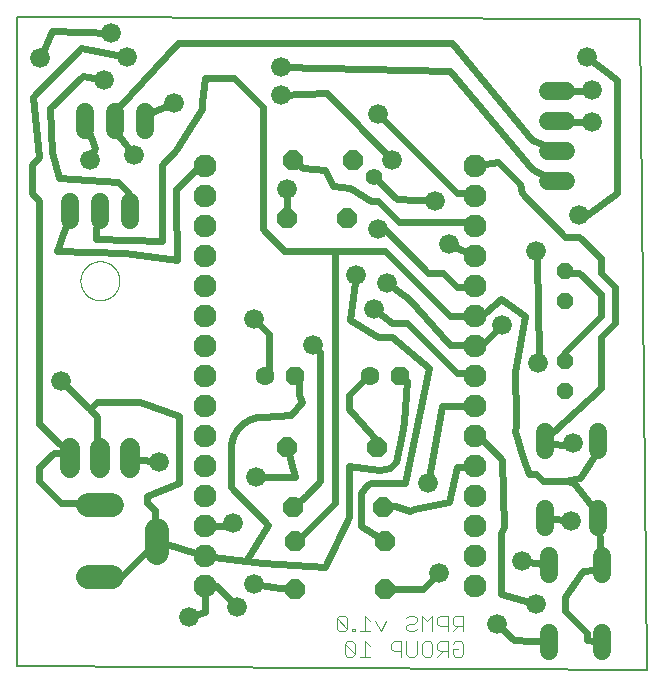
<source format=gbl>
G75*
%MOIN*%
%OFA0B0*%
%FSLAX25Y25*%
%IPPOS*%
%LPD*%
%AMOC8*
5,1,8,0,0,1.08239X$1,22.5*
%
%ADD10C,0.00500*%
%ADD11C,0.00400*%
%ADD12OC8,0.06300*%
%ADD13C,0.06300*%
%ADD14C,0.06000*%
%ADD15C,0.06600*%
%ADD16C,0.00000*%
%ADD17OC8,0.05200*%
%ADD18C,0.07600*%
%ADD19C,0.07874*%
%ADD20OC8,0.06600*%
%ADD21C,0.02400*%
%ADD22C,0.06600*%
%ADD23C,0.05600*%
D10*
X0028578Y0021275D02*
X0028578Y0237575D01*
X0236478Y0236875D01*
X0238578Y0019875D01*
X0028578Y0021275D01*
D11*
X0135336Y0033542D02*
X0136203Y0032675D01*
X0137938Y0032675D01*
X0138805Y0033542D01*
X0135336Y0037012D01*
X0135336Y0033542D01*
X0138805Y0033542D02*
X0138805Y0037012D01*
X0137938Y0037879D01*
X0136203Y0037879D01*
X0135336Y0037012D01*
X0140516Y0033542D02*
X0140516Y0032675D01*
X0141384Y0032675D01*
X0141384Y0033542D01*
X0140516Y0033542D01*
X0143070Y0032675D02*
X0146540Y0032675D01*
X0144805Y0032675D02*
X0144805Y0037879D01*
X0146540Y0036144D01*
X0148227Y0036144D02*
X0149962Y0032675D01*
X0151696Y0036144D01*
X0158540Y0037012D02*
X0159407Y0037879D01*
X0161142Y0037879D01*
X0162009Y0037012D01*
X0162009Y0036144D01*
X0161142Y0035277D01*
X0159407Y0035277D01*
X0158540Y0034409D01*
X0158540Y0033542D01*
X0159407Y0032675D01*
X0161142Y0032675D01*
X0162009Y0033542D01*
X0163696Y0032675D02*
X0163696Y0037879D01*
X0165431Y0036144D01*
X0167166Y0037879D01*
X0167166Y0032675D01*
X0169720Y0034409D02*
X0172322Y0034409D01*
X0172322Y0032675D02*
X0172322Y0037879D01*
X0169720Y0037879D01*
X0168852Y0037012D01*
X0168852Y0035277D01*
X0169720Y0034409D01*
X0174009Y0035277D02*
X0174876Y0034409D01*
X0177478Y0034409D01*
X0175744Y0034409D02*
X0174009Y0032675D01*
X0174009Y0035277D02*
X0174009Y0037012D01*
X0174876Y0037879D01*
X0177478Y0037879D01*
X0177478Y0032675D01*
X0176611Y0029479D02*
X0177478Y0028612D01*
X0177478Y0025142D01*
X0176611Y0024275D01*
X0174876Y0024275D01*
X0174009Y0025142D01*
X0174009Y0026877D01*
X0175744Y0026877D01*
X0174009Y0028612D02*
X0174876Y0029479D01*
X0176611Y0029479D01*
X0172322Y0029479D02*
X0172322Y0024275D01*
X0172322Y0026009D02*
X0169720Y0026009D01*
X0168852Y0026877D01*
X0168852Y0028612D01*
X0169720Y0029479D01*
X0172322Y0029479D01*
X0170587Y0026009D02*
X0168852Y0024275D01*
X0167166Y0025142D02*
X0167166Y0028612D01*
X0166298Y0029479D01*
X0164563Y0029479D01*
X0163696Y0028612D01*
X0163696Y0025142D01*
X0164563Y0024275D01*
X0166298Y0024275D01*
X0167166Y0025142D01*
X0162009Y0025142D02*
X0162009Y0029479D01*
X0158540Y0029479D02*
X0158540Y0025142D01*
X0159407Y0024275D01*
X0161142Y0024275D01*
X0162009Y0025142D01*
X0156853Y0026009D02*
X0154251Y0026009D01*
X0153383Y0026877D01*
X0153383Y0028612D01*
X0154251Y0029479D01*
X0156853Y0029479D01*
X0156853Y0024275D01*
X0146540Y0024275D02*
X0143070Y0024275D01*
X0144805Y0024275D02*
X0144805Y0029479D01*
X0146540Y0027744D01*
X0141384Y0028612D02*
X0141384Y0025142D01*
X0137914Y0028612D01*
X0137914Y0025142D01*
X0138781Y0024275D01*
X0140516Y0024275D01*
X0141384Y0025142D01*
X0141384Y0028612D02*
X0140516Y0029479D01*
X0138781Y0029479D01*
X0137914Y0028612D01*
D12*
X0121378Y0117675D03*
X0156378Y0117675D03*
D13*
X0146378Y0117675D03*
X0111378Y0117675D03*
D14*
X0066378Y0169875D02*
X0066378Y0175875D01*
X0056378Y0175875D02*
X0056378Y0169875D01*
X0046378Y0169875D02*
X0046378Y0175875D01*
X0051378Y0199675D02*
X0051378Y0205675D01*
X0061378Y0205675D02*
X0061378Y0199675D01*
X0071378Y0199675D02*
X0071378Y0205675D01*
X0205578Y0202675D02*
X0211578Y0202675D01*
X0211578Y0192675D02*
X0205578Y0192675D01*
X0205578Y0182675D02*
X0211578Y0182675D01*
X0211578Y0212675D02*
X0205578Y0212675D01*
X0204578Y0099175D02*
X0204578Y0093175D01*
X0222378Y0093175D02*
X0222378Y0099175D01*
X0222378Y0073575D02*
X0222378Y0067575D01*
X0223778Y0057775D02*
X0223778Y0051775D01*
X0205978Y0051775D02*
X0205978Y0057775D01*
X0204578Y0067575D02*
X0204578Y0073575D01*
X0205978Y0032175D02*
X0205978Y0026175D01*
X0223778Y0026175D02*
X0223778Y0032175D01*
D15*
X0066378Y0087275D02*
X0066378Y0093875D01*
X0056378Y0093875D02*
X0056378Y0087275D01*
X0046378Y0087275D02*
X0046378Y0093875D01*
D16*
X0049878Y0149575D02*
X0049880Y0149736D01*
X0049886Y0149896D01*
X0049896Y0150057D01*
X0049910Y0150217D01*
X0049928Y0150377D01*
X0049949Y0150536D01*
X0049975Y0150695D01*
X0050005Y0150853D01*
X0050038Y0151010D01*
X0050076Y0151167D01*
X0050117Y0151322D01*
X0050162Y0151476D01*
X0050211Y0151629D01*
X0050264Y0151781D01*
X0050320Y0151932D01*
X0050381Y0152081D01*
X0050444Y0152229D01*
X0050512Y0152375D01*
X0050583Y0152519D01*
X0050657Y0152661D01*
X0050735Y0152802D01*
X0050817Y0152940D01*
X0050902Y0153077D01*
X0050990Y0153211D01*
X0051082Y0153343D01*
X0051177Y0153473D01*
X0051275Y0153601D01*
X0051376Y0153726D01*
X0051480Y0153848D01*
X0051587Y0153968D01*
X0051697Y0154085D01*
X0051810Y0154200D01*
X0051926Y0154311D01*
X0052045Y0154420D01*
X0052166Y0154525D01*
X0052290Y0154628D01*
X0052416Y0154728D01*
X0052544Y0154824D01*
X0052675Y0154917D01*
X0052809Y0155007D01*
X0052944Y0155094D01*
X0053082Y0155177D01*
X0053221Y0155257D01*
X0053363Y0155333D01*
X0053506Y0155406D01*
X0053651Y0155475D01*
X0053798Y0155541D01*
X0053946Y0155603D01*
X0054096Y0155661D01*
X0054247Y0155716D01*
X0054400Y0155767D01*
X0054554Y0155814D01*
X0054709Y0155857D01*
X0054865Y0155896D01*
X0055021Y0155932D01*
X0055179Y0155963D01*
X0055337Y0155991D01*
X0055496Y0156015D01*
X0055656Y0156035D01*
X0055816Y0156051D01*
X0055976Y0156063D01*
X0056137Y0156071D01*
X0056298Y0156075D01*
X0056458Y0156075D01*
X0056619Y0156071D01*
X0056780Y0156063D01*
X0056940Y0156051D01*
X0057100Y0156035D01*
X0057260Y0156015D01*
X0057419Y0155991D01*
X0057577Y0155963D01*
X0057735Y0155932D01*
X0057891Y0155896D01*
X0058047Y0155857D01*
X0058202Y0155814D01*
X0058356Y0155767D01*
X0058509Y0155716D01*
X0058660Y0155661D01*
X0058810Y0155603D01*
X0058958Y0155541D01*
X0059105Y0155475D01*
X0059250Y0155406D01*
X0059393Y0155333D01*
X0059535Y0155257D01*
X0059674Y0155177D01*
X0059812Y0155094D01*
X0059947Y0155007D01*
X0060081Y0154917D01*
X0060212Y0154824D01*
X0060340Y0154728D01*
X0060466Y0154628D01*
X0060590Y0154525D01*
X0060711Y0154420D01*
X0060830Y0154311D01*
X0060946Y0154200D01*
X0061059Y0154085D01*
X0061169Y0153968D01*
X0061276Y0153848D01*
X0061380Y0153726D01*
X0061481Y0153601D01*
X0061579Y0153473D01*
X0061674Y0153343D01*
X0061766Y0153211D01*
X0061854Y0153077D01*
X0061939Y0152940D01*
X0062021Y0152802D01*
X0062099Y0152661D01*
X0062173Y0152519D01*
X0062244Y0152375D01*
X0062312Y0152229D01*
X0062375Y0152081D01*
X0062436Y0151932D01*
X0062492Y0151781D01*
X0062545Y0151629D01*
X0062594Y0151476D01*
X0062639Y0151322D01*
X0062680Y0151167D01*
X0062718Y0151010D01*
X0062751Y0150853D01*
X0062781Y0150695D01*
X0062807Y0150536D01*
X0062828Y0150377D01*
X0062846Y0150217D01*
X0062860Y0150057D01*
X0062870Y0149896D01*
X0062876Y0149736D01*
X0062878Y0149575D01*
X0062876Y0149414D01*
X0062870Y0149254D01*
X0062860Y0149093D01*
X0062846Y0148933D01*
X0062828Y0148773D01*
X0062807Y0148614D01*
X0062781Y0148455D01*
X0062751Y0148297D01*
X0062718Y0148140D01*
X0062680Y0147983D01*
X0062639Y0147828D01*
X0062594Y0147674D01*
X0062545Y0147521D01*
X0062492Y0147369D01*
X0062436Y0147218D01*
X0062375Y0147069D01*
X0062312Y0146921D01*
X0062244Y0146775D01*
X0062173Y0146631D01*
X0062099Y0146489D01*
X0062021Y0146348D01*
X0061939Y0146210D01*
X0061854Y0146073D01*
X0061766Y0145939D01*
X0061674Y0145807D01*
X0061579Y0145677D01*
X0061481Y0145549D01*
X0061380Y0145424D01*
X0061276Y0145302D01*
X0061169Y0145182D01*
X0061059Y0145065D01*
X0060946Y0144950D01*
X0060830Y0144839D01*
X0060711Y0144730D01*
X0060590Y0144625D01*
X0060466Y0144522D01*
X0060340Y0144422D01*
X0060212Y0144326D01*
X0060081Y0144233D01*
X0059947Y0144143D01*
X0059812Y0144056D01*
X0059674Y0143973D01*
X0059535Y0143893D01*
X0059393Y0143817D01*
X0059250Y0143744D01*
X0059105Y0143675D01*
X0058958Y0143609D01*
X0058810Y0143547D01*
X0058660Y0143489D01*
X0058509Y0143434D01*
X0058356Y0143383D01*
X0058202Y0143336D01*
X0058047Y0143293D01*
X0057891Y0143254D01*
X0057735Y0143218D01*
X0057577Y0143187D01*
X0057419Y0143159D01*
X0057260Y0143135D01*
X0057100Y0143115D01*
X0056940Y0143099D01*
X0056780Y0143087D01*
X0056619Y0143079D01*
X0056458Y0143075D01*
X0056298Y0143075D01*
X0056137Y0143079D01*
X0055976Y0143087D01*
X0055816Y0143099D01*
X0055656Y0143115D01*
X0055496Y0143135D01*
X0055337Y0143159D01*
X0055179Y0143187D01*
X0055021Y0143218D01*
X0054865Y0143254D01*
X0054709Y0143293D01*
X0054554Y0143336D01*
X0054400Y0143383D01*
X0054247Y0143434D01*
X0054096Y0143489D01*
X0053946Y0143547D01*
X0053798Y0143609D01*
X0053651Y0143675D01*
X0053506Y0143744D01*
X0053363Y0143817D01*
X0053221Y0143893D01*
X0053082Y0143973D01*
X0052944Y0144056D01*
X0052809Y0144143D01*
X0052675Y0144233D01*
X0052544Y0144326D01*
X0052416Y0144422D01*
X0052290Y0144522D01*
X0052166Y0144625D01*
X0052045Y0144730D01*
X0051926Y0144839D01*
X0051810Y0144950D01*
X0051697Y0145065D01*
X0051587Y0145182D01*
X0051480Y0145302D01*
X0051376Y0145424D01*
X0051275Y0145549D01*
X0051177Y0145677D01*
X0051082Y0145807D01*
X0050990Y0145939D01*
X0050902Y0146073D01*
X0050817Y0146210D01*
X0050735Y0146348D01*
X0050657Y0146489D01*
X0050583Y0146631D01*
X0050512Y0146775D01*
X0050444Y0146921D01*
X0050381Y0147069D01*
X0050320Y0147218D01*
X0050264Y0147369D01*
X0050211Y0147521D01*
X0050162Y0147674D01*
X0050117Y0147828D01*
X0050076Y0147983D01*
X0050038Y0148140D01*
X0050005Y0148297D01*
X0049975Y0148455D01*
X0049949Y0148614D01*
X0049928Y0148773D01*
X0049910Y0148933D01*
X0049896Y0149093D01*
X0049886Y0149254D01*
X0049880Y0149414D01*
X0049878Y0149575D01*
D17*
X0211378Y0152675D03*
X0211378Y0142675D03*
X0211378Y0122675D03*
X0211378Y0112675D03*
D18*
X0181378Y0117675D03*
X0181378Y0127675D03*
X0181378Y0137675D03*
X0181378Y0147675D03*
X0181378Y0157675D03*
X0181378Y0167675D03*
X0181378Y0177675D03*
X0181378Y0187675D03*
X0181378Y0107675D03*
X0181378Y0097675D03*
X0181378Y0087675D03*
X0181378Y0077675D03*
X0181378Y0067675D03*
X0181378Y0057675D03*
X0181378Y0047675D03*
X0091378Y0047675D03*
X0091378Y0057675D03*
X0091378Y0067675D03*
X0091378Y0077675D03*
X0091378Y0087675D03*
X0091378Y0097675D03*
X0091378Y0107675D03*
X0091378Y0117675D03*
X0091378Y0127675D03*
X0091378Y0137675D03*
X0091378Y0147675D03*
X0091378Y0157675D03*
X0091378Y0167675D03*
X0091378Y0177675D03*
X0091378Y0187675D03*
D19*
X0060315Y0074879D02*
X0052441Y0074879D01*
X0052441Y0050863D02*
X0060315Y0050863D01*
X0075276Y0058737D02*
X0075276Y0066612D01*
D20*
X0118578Y0094075D03*
X0120678Y0074175D03*
X0121378Y0062675D03*
X0121378Y0046975D03*
X0150678Y0074175D03*
X0151378Y0062675D03*
X0151378Y0046975D03*
X0148578Y0094075D03*
X0138578Y0170575D03*
X0140678Y0189775D03*
X0120678Y0189775D03*
X0118578Y0170575D03*
D21*
X0118578Y0179875D01*
X0118878Y0180175D01*
X0123978Y0187275D02*
X0120678Y0189775D01*
X0123978Y0187275D02*
X0131478Y0186575D01*
X0134178Y0181075D01*
X0139678Y0180375D01*
X0146578Y0176275D01*
X0148978Y0176275D01*
X0156178Y0169075D01*
X0180178Y0169075D01*
X0181378Y0167675D01*
X0178378Y0159075D02*
X0172778Y0161975D01*
X0178378Y0159075D02*
X0181378Y0157675D01*
X0175378Y0147475D02*
X0170578Y0152275D01*
X0165778Y0152275D01*
X0151378Y0166675D01*
X0148978Y0166675D01*
X0151378Y0159475D02*
X0172978Y0137875D01*
X0177778Y0137875D01*
X0181578Y0137475D01*
X0181378Y0137675D01*
X0182578Y0137875D01*
X0181578Y0137475D01*
X0183278Y0137475D01*
X0184978Y0139275D01*
X0190178Y0143475D01*
X0198078Y0137675D01*
X0194578Y0119275D01*
X0194978Y0104275D01*
X0194978Y0101175D01*
X0194578Y0099475D01*
X0197378Y0090575D01*
X0199378Y0085075D01*
X0201778Y0085075D01*
X0204178Y0082675D01*
X0211378Y0082675D01*
X0216278Y0083675D01*
X0221378Y0091575D01*
X0222078Y0095375D01*
X0222378Y0096175D01*
X0214078Y0095475D02*
X0211178Y0094675D01*
X0203478Y0095375D01*
X0204578Y0096175D01*
X0203478Y0095375D02*
X0223378Y0113875D01*
X0223378Y0130675D01*
X0228178Y0135475D01*
X0228178Y0147475D01*
X0223378Y0152275D01*
X0223378Y0157075D01*
X0216178Y0164275D01*
X0211378Y0164275D01*
X0196978Y0178675D01*
X0196278Y0181975D01*
X0189078Y0189175D01*
X0182578Y0188275D01*
X0181378Y0187675D01*
X0180178Y0178675D02*
X0175378Y0178675D01*
X0148978Y0205075D01*
X0153778Y0189975D02*
X0132178Y0212275D01*
X0116778Y0211575D01*
X0110578Y0207475D02*
X0110578Y0166675D01*
X0117778Y0159475D01*
X0134578Y0159475D01*
X0134578Y0075475D01*
X0122578Y0063475D01*
X0121378Y0062675D01*
X0112478Y0068275D02*
X0099978Y0080775D01*
X0099978Y0093475D01*
X0108378Y0084275D02*
X0121378Y0084275D01*
X0118578Y0094075D01*
X0110778Y0104275D02*
X0110517Y0104272D01*
X0110256Y0104262D01*
X0109996Y0104247D01*
X0109736Y0104225D01*
X0109476Y0104196D01*
X0109218Y0104162D01*
X0108960Y0104121D01*
X0108703Y0104074D01*
X0108448Y0104021D01*
X0108193Y0103961D01*
X0107941Y0103896D01*
X0107690Y0103824D01*
X0107441Y0103746D01*
X0107193Y0103663D01*
X0106948Y0103573D01*
X0106705Y0103478D01*
X0106465Y0103376D01*
X0106227Y0103269D01*
X0105992Y0103156D01*
X0105759Y0103038D01*
X0105529Y0102914D01*
X0105303Y0102784D01*
X0105079Y0102649D01*
X0104859Y0102509D01*
X0104643Y0102363D01*
X0104430Y0102212D01*
X0104221Y0102056D01*
X0104015Y0101895D01*
X0103814Y0101730D01*
X0103616Y0101559D01*
X0103423Y0101384D01*
X0103234Y0101203D01*
X0103050Y0101019D01*
X0102869Y0100830D01*
X0102694Y0100637D01*
X0102523Y0100439D01*
X0102358Y0100238D01*
X0102197Y0100032D01*
X0102041Y0099823D01*
X0101890Y0099610D01*
X0101744Y0099394D01*
X0101604Y0099174D01*
X0101469Y0098950D01*
X0101339Y0098724D01*
X0101215Y0098494D01*
X0101097Y0098261D01*
X0100984Y0098026D01*
X0100877Y0097788D01*
X0100775Y0097548D01*
X0100680Y0097305D01*
X0100590Y0097060D01*
X0100507Y0096812D01*
X0100429Y0096563D01*
X0100357Y0096312D01*
X0100292Y0096060D01*
X0100232Y0095805D01*
X0100179Y0095550D01*
X0100132Y0095293D01*
X0100091Y0095035D01*
X0100057Y0094777D01*
X0100028Y0094517D01*
X0100006Y0094257D01*
X0099991Y0093997D01*
X0099981Y0093736D01*
X0099978Y0093475D01*
X0110778Y0104275D02*
X0120178Y0104975D01*
X0123578Y0109075D01*
X0122578Y0111475D01*
X0122578Y0116275D01*
X0121378Y0117675D01*
X0112578Y0118875D02*
X0111378Y0117675D01*
X0112578Y0118875D02*
X0112578Y0131875D01*
X0107678Y0136775D01*
X0127378Y0128275D02*
X0129778Y0125875D01*
X0129778Y0082675D01*
X0124978Y0077875D01*
X0123278Y0076475D01*
X0120678Y0074175D01*
X0112478Y0068275D02*
X0105178Y0056075D01*
X0091378Y0057675D01*
X0075276Y0062675D01*
X0063465Y0050863D01*
X0056378Y0050863D01*
X0074578Y0063475D02*
X0074578Y0073075D01*
X0072178Y0075475D01*
X0072178Y0077875D01*
X0082878Y0082275D01*
X0082878Y0104375D01*
X0069778Y0109075D01*
X0055378Y0109075D01*
X0052978Y0106675D01*
X0043378Y0116275D01*
X0052978Y0106675D02*
X0055378Y0104275D01*
X0055378Y0094675D01*
X0056378Y0090575D01*
X0046378Y0090575D02*
X0045778Y0092275D01*
X0040978Y0092275D01*
X0036178Y0087475D01*
X0036178Y0082675D01*
X0043378Y0075475D01*
X0055378Y0075475D01*
X0056378Y0074879D01*
X0046378Y0090575D02*
X0045378Y0092575D01*
X0043678Y0094975D01*
X0043378Y0094675D01*
X0036178Y0101875D01*
X0036178Y0176275D01*
X0033778Y0178675D01*
X0033778Y0188275D01*
X0036178Y0190675D01*
X0034078Y0210975D01*
X0050178Y0227075D01*
X0065278Y0224275D01*
X0057678Y0216375D02*
X0050878Y0217775D01*
X0039578Y0207175D01*
X0040278Y0192575D01*
X0042578Y0183975D01*
X0062278Y0182575D01*
X0065678Y0179175D01*
X0066378Y0172875D01*
X0056378Y0172875D02*
X0055378Y0174075D01*
X0055378Y0171475D01*
X0054978Y0163475D01*
X0077078Y0162775D01*
X0076978Y0173875D01*
X0076978Y0188275D01*
X0081778Y0193075D01*
X0087378Y0202275D01*
X0090478Y0206775D01*
X0090478Y0209175D01*
X0091378Y0217075D01*
X0100978Y0217075D01*
X0110578Y0207475D01*
X0116778Y0220875D02*
X0172978Y0219475D01*
X0195478Y0192775D01*
X0200378Y0186875D01*
X0206578Y0183475D01*
X0211378Y0183475D01*
X0208578Y0182675D01*
X0208578Y0192675D02*
X0208578Y0193075D01*
X0200278Y0196575D01*
X0173678Y0228775D01*
X0082478Y0228775D01*
X0062578Y0207475D01*
X0062578Y0203875D01*
X0062578Y0197975D01*
X0067778Y0191375D01*
X0071378Y0202675D02*
X0071378Y0204775D01*
X0081078Y0208875D01*
X0062578Y0203875D02*
X0061378Y0202675D01*
X0051378Y0202675D02*
X0054878Y0193875D01*
X0053078Y0189975D01*
X0046378Y0172875D02*
X0046378Y0171875D01*
X0042078Y0159375D01*
X0064778Y0158675D01*
X0082078Y0156375D01*
X0081778Y0176275D01*
X0081778Y0180075D01*
X0088978Y0187275D01*
X0090378Y0187575D01*
X0091378Y0188275D01*
X0091378Y0187675D01*
X0134578Y0159475D02*
X0151378Y0159475D01*
X0151978Y0148975D02*
X0159278Y0143375D01*
X0172978Y0128275D01*
X0180178Y0128275D01*
X0181378Y0127675D01*
X0183278Y0127675D01*
X0190278Y0134675D01*
X0181378Y0147675D02*
X0180178Y0147475D01*
X0175378Y0147475D01*
X0158578Y0135475D02*
X0175378Y0118675D01*
X0180178Y0118675D01*
X0181378Y0117675D01*
X0181378Y0107675D02*
X0170278Y0107675D01*
X0165778Y0082175D01*
X0172678Y0075675D02*
X0175378Y0087475D01*
X0177778Y0087475D01*
X0180178Y0087175D01*
X0182578Y0087475D01*
X0181378Y0087675D01*
X0190478Y0089875D02*
X0183278Y0097075D01*
X0181378Y0097675D01*
X0190478Y0089875D02*
X0191178Y0067375D01*
X0190078Y0065575D01*
X0190078Y0045175D01*
X0201778Y0041875D01*
X0211378Y0044275D02*
X0211378Y0039475D01*
X0218578Y0032275D01*
X0218578Y0029875D01*
X0223778Y0029175D01*
X0211378Y0044275D02*
X0216478Y0051475D01*
X0217478Y0052875D01*
X0220978Y0053175D01*
X0223778Y0054775D01*
X0222378Y0070575D01*
X0221678Y0072775D01*
X0214178Y0082375D01*
X0211378Y0082675D01*
X0210978Y0069875D02*
X0204578Y0070575D01*
X0210978Y0069875D02*
X0213378Y0069575D01*
X0205978Y0054775D02*
X0197078Y0056175D01*
X0188878Y0035275D02*
X0194278Y0029875D01*
X0205978Y0029175D01*
X0169278Y0052075D02*
X0164178Y0046975D01*
X0151378Y0046975D01*
X0151378Y0062675D02*
X0143378Y0067875D01*
X0143378Y0078675D01*
X0145478Y0081475D01*
X0146878Y0082175D01*
X0158078Y0082175D01*
X0166078Y0120475D01*
X0153778Y0130675D01*
X0148978Y0130675D01*
X0139678Y0136475D01*
X0141778Y0151575D01*
X0147578Y0140275D02*
X0153778Y0135475D01*
X0158578Y0135475D01*
X0156378Y0117675D02*
X0158578Y0116275D01*
X0157878Y0102575D01*
X0157078Y0098475D01*
X0154978Y0089075D01*
X0153078Y0087175D01*
X0149678Y0086475D01*
X0146578Y0086775D01*
X0139378Y0087975D01*
X0139378Y0070675D01*
X0131278Y0054175D01*
X0110578Y0055575D01*
X0105178Y0056075D01*
X0107678Y0048575D02*
X0116278Y0047175D01*
X0121378Y0046975D01*
X0102078Y0040875D02*
X0095278Y0047675D01*
X0091378Y0047675D01*
X0091378Y0039275D01*
X0085978Y0037375D01*
X0091378Y0067675D02*
X0097378Y0067675D01*
X0100678Y0068875D01*
X0076178Y0089175D02*
X0070578Y0089875D01*
X0066378Y0090575D01*
X0139378Y0106675D02*
X0139378Y0111475D01*
X0144178Y0116275D01*
X0146378Y0117675D01*
X0139378Y0106675D02*
X0149278Y0095375D01*
X0148578Y0094075D01*
X0150678Y0074175D02*
X0154878Y0074375D01*
X0159678Y0072975D01*
X0160978Y0073575D01*
X0172678Y0075675D01*
X0202478Y0122075D02*
X0202878Y0125175D01*
X0202178Y0156375D01*
X0201778Y0159475D01*
X0211378Y0152675D02*
X0211378Y0152275D01*
X0216178Y0152275D01*
X0223378Y0145075D01*
X0223378Y0137875D01*
X0211378Y0125875D01*
X0211378Y0122675D01*
X0216178Y0171475D02*
X0218578Y0171475D01*
X0228578Y0178675D01*
X0228578Y0216375D01*
X0218578Y0224275D01*
X0220378Y0213075D02*
X0219278Y0212675D01*
X0208578Y0212675D01*
X0208578Y0202675D02*
X0209778Y0202675D01*
X0209878Y0202575D01*
X0220378Y0202575D01*
X0181378Y0177675D02*
X0180178Y0178675D01*
X0168178Y0176275D02*
X0155478Y0176975D01*
X0147578Y0184175D01*
X0060078Y0232175D02*
X0040378Y0232875D01*
X0037478Y0225775D01*
X0036478Y0223675D01*
D22*
X0036478Y0223675D03*
X0057678Y0216375D03*
X0065278Y0224275D03*
X0060078Y0232175D03*
X0081078Y0208875D03*
X0067778Y0191375D03*
X0053078Y0189975D03*
X0107678Y0136775D03*
X0127378Y0128275D03*
X0147578Y0140275D03*
X0151978Y0148975D03*
X0141778Y0151575D03*
X0148978Y0166675D03*
X0168178Y0176275D03*
X0172778Y0161975D03*
X0190278Y0134675D03*
X0202478Y0122075D03*
X0214078Y0095475D03*
X0213378Y0069575D03*
X0197078Y0056175D03*
X0201778Y0041875D03*
X0188878Y0035275D03*
X0169278Y0052075D03*
X0165778Y0082175D03*
X0108378Y0084275D03*
X0100678Y0068875D03*
X0107678Y0048575D03*
X0102078Y0040875D03*
X0085978Y0037375D03*
X0076178Y0089175D03*
X0043378Y0116275D03*
X0118878Y0180175D03*
X0116778Y0211575D03*
X0116778Y0220875D03*
X0148978Y0205075D03*
X0153778Y0189975D03*
X0201778Y0159475D03*
X0216178Y0171475D03*
X0220378Y0202575D03*
X0220378Y0213075D03*
X0218578Y0224275D03*
D23*
X0147578Y0184175D03*
M02*

</source>
